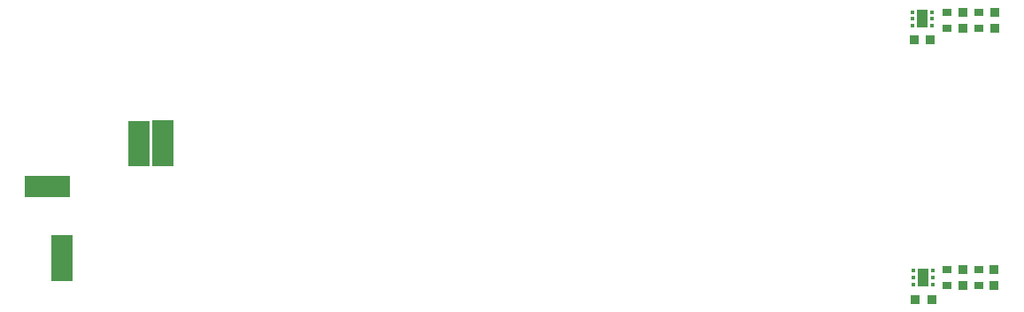
<source format=gbp>
%FSLAX25Y25*%
%MOIN*%
G70*
G01*
G75*
G04 Layer_Color=128*
%ADD10R,0.33858X0.42126*%
%ADD11R,0.14173X0.04528*%
%ADD12R,0.03661X0.03661*%
%ADD13R,0.03500X0.03400*%
%ADD14R,0.03661X0.03661*%
%ADD15R,0.02200X0.06700*%
%ADD16R,0.02178X0.03937*%
%ADD17R,0.03200X0.03000*%
%ADD18C,0.01000*%
%ADD19C,0.04000*%
%ADD20C,0.02000*%
%ADD21C,0.03937*%
%ADD22C,0.06000*%
%ADD23C,0.04724*%
%ADD24R,0.04724X0.04724*%
%ADD25R,0.06000X0.06000*%
%ADD26P,0.06061X8X112.5*%
%ADD27P,0.06605X8X292.5*%
%ADD28P,0.17046X8X112.5*%
%ADD29C,0.07677*%
%ADD30P,0.17046X8X202.5*%
%ADD31P,0.07144X8X292.5*%
%ADD32C,0.05000*%
%ADD33C,0.02000*%
%ADD34C,0.04000*%
%ADD35R,0.07874X0.08661*%
%ADD36R,0.08661X0.07874*%
%ADD37R,0.03400X0.03500*%
%ADD38R,0.01772X0.01575*%
%ADD39R,0.04409X0.06772*%
%ADD40C,0.00984*%
%ADD41C,0.00600*%
%ADD42C,0.00787*%
%ADD43C,0.00500*%
%ADD44C,0.00800*%
%ADD45C,0.00400*%
%ADD46C,0.02800*%
%ADD47C,0.01500*%
%ADD48R,0.02000X0.02000*%
%ADD49R,0.07500X0.05000*%
%ADD50R,0.12000X0.05000*%
%ADD51R,0.34658X0.42926*%
%ADD52R,0.14973X0.05328*%
%ADD53R,0.04461X0.04461*%
%ADD54R,0.04461X0.04461*%
%ADD55R,0.03000X0.07500*%
%ADD56C,0.06800*%
%ADD57C,0.05524*%
%ADD58R,0.05524X0.05524*%
%ADD59P,0.06927X8X112.5*%
%ADD60P,0.07471X8X292.5*%
%ADD61P,0.17912X8X112.5*%
%ADD62C,0.08477*%
%ADD63P,0.17912X8X202.5*%
%ADD64P,0.08010X8X292.5*%
%ADD65C,0.05800*%
%ADD66C,0.02800*%
%ADD67R,0.02572X0.02375*%
%ADD68R,0.05209X0.07572*%
%ADD69C,0.04800*%
D12*
X432500Y57547D02*
D03*
Y63453D02*
D03*
Y154547D02*
D03*
Y160453D02*
D03*
D13*
X444000Y57450D02*
D03*
Y63550D02*
D03*
X444500Y154450D02*
D03*
Y160550D02*
D03*
D17*
X426500Y57450D02*
D03*
Y63550D02*
D03*
X438500Y57450D02*
D03*
Y63550D02*
D03*
X426500Y154450D02*
D03*
Y160550D02*
D03*
X438500Y154450D02*
D03*
Y160550D02*
D03*
D35*
X131200Y106800D02*
D03*
Y115300D02*
D03*
X93200Y63600D02*
D03*
Y72100D02*
D03*
X122047Y115205D02*
D03*
Y106705D02*
D03*
D36*
X83220Y94882D02*
D03*
X91720D02*
D03*
D37*
X414450Y52000D02*
D03*
X420550D02*
D03*
X413950Y150000D02*
D03*
X420050D02*
D03*
D38*
X413858Y57902D02*
D03*
Y63098D02*
D03*
Y60500D02*
D03*
X421142Y57902D02*
D03*
Y60500D02*
D03*
Y63098D02*
D03*
X413358Y155402D02*
D03*
Y160599D02*
D03*
Y158000D02*
D03*
X420642Y155402D02*
D03*
Y158000D02*
D03*
Y160599D02*
D03*
D39*
X417500Y60500D02*
D03*
X417000Y158000D02*
D03*
M02*

</source>
